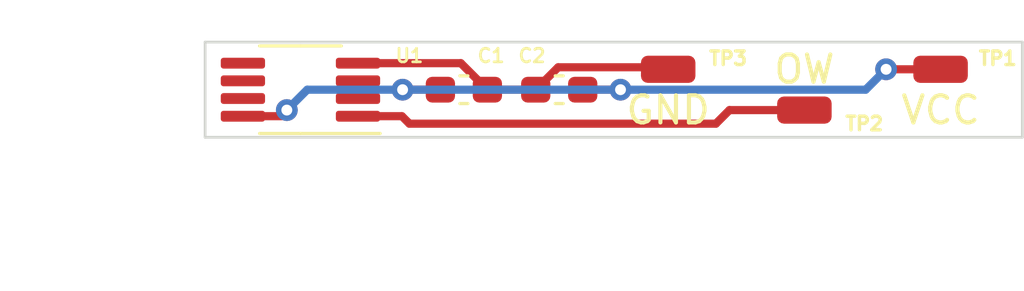
<source format=kicad_pcb>
(kicad_pcb (version 20211014) (generator pcbnew)
  (layers (0 "F.Cu" signal) (31 "B.Cu" signal) (34 "B.Paste" user) (35 "F.Paste" user) (36 "B.SilkS" user "B.Silkscreen") (37 "F.SilkS" user "F.Silkscreen") (38 "B.Mask" user) (39 "F.Mask" user) (44 "Edge.Cuts" user))
  (net 0 "")
  (net 1 "+5V")
  (net 2 "GND")
  (net 8 "/OW")
  (footprint "Capacitor_SMD:C_0603_1608Metric_Pad1.08x0.95mm_HandSolder" (layer "F.Cu") (at 108 91.75 180)
    (fp_text reference "C2" (at 1 1.25) (layer "F.SilkS") (effects (font (size 0.5 0.5) (thickness 0.1))))
    (fp_text value "100n")
    (fp_line (start -0.146267 0.51) (end 0.146267 0.51) (layer "F.SilkS") (width 0.12))
    (fp_line (start -0.146267 -0.51) (end 0.146267 -0.51) (layer "F.SilkS") (width 0.12))
    (pad "1" smd roundrect (at -0.8625 0 180) (size 1.075 0.95) (layers "F.Cu" "F.Paste" "F.Mask") (net 1 "+5V"))
    (pad "2" smd roundrect (at 0.8625 0 180) (size 1.075 0.95) (layers "F.Cu" "F.Paste" "F.Mask") (net 2 "GND"))
  )
  (footprint "Connector_Wire:SolderWirePad_1x01_SMD_1x2mm" (layer "F.Cu") (at 117 92.5 90)
    (fp_text reference "TP2" (at -0.5 2.2 180) (layer "F.SilkS") (effects (font (size 0.5 0.5) (thickness 0.125))))
    (fp_text value "OW")
    (fp_text user "${VALUE}" (at 1.5 0 180) (layer "F.SilkS"))
    (pad "1" smd roundrect (at 0 0 90) (size 1 2) (layers "F.Cu" "F.Paste" "F.Mask") (net 8 "/OW"))
  )
  (footprint "Capacitor_SMD:C_0603_1608Metric_Pad1.08x0.95mm_HandSolder" (layer "F.Cu") (at 104.5 91.75)
    (fp_text reference "C1" (at 1 -1.25) (layer "F.SilkS") (effects (font (size 0.5 0.5) (thickness 0.1))))
    (fp_text value "100n")
    (fp_line (start -0.146267 -0.51) (end 0.146267 -0.51) (layer "F.SilkS") (width 0.12))
    (fp_line (start -0.146267 0.51) (end 0.146267 0.51) (layer "F.SilkS") (width 0.12))
    (pad "1" smd roundrect (at -0.8625 0) (size 1.075 0.95) (layers "F.Cu" "F.Paste" "F.Mask") (net 1 "+5V"))
    (pad "2" smd roundrect (at 0.8625 0) (size 1.075 0.95) (layers "F.Cu" "F.Paste" "F.Mask") (net 2 "GND"))
  )
  (footprint "Connector_Wire:SolderWirePad_1x01_SMD_1x2mm" (layer "F.Cu") (at 122 91 90)
    (fp_text reference "TP1" (at 0.4 2.1 180) (layer "F.SilkS") (effects (font (size 0.5 0.5) (thickness 0.125))))
    (fp_text value "VCC")
    (fp_text user "${VALUE}" (at -1.5 0 180) (layer "F.SilkS"))
    (pad "1" smd roundrect (at 0 0 90) (size 1 2) (layers "F.Cu" "F.Paste" "F.Mask") (net 1 "+5V"))
  )
  (footprint "Package_SO:MSOP-8_3x3mm_P0.65mm" (layer "F.Cu") (at 98.5 91.75 180)
    (fp_text reference "U1" (at -4 1.25) (layer "F.SilkS") (effects (font (size 0.5 0.5) (thickness 0.1))))
    (fp_text value "DS18B20U")
    (fp_line (start 0 -1.61) (end -2.925 -1.61) (layer "F.SilkS") (width 0.12))
    (fp_line (start 0 1.61) (end -1.5 1.61) (layer "F.SilkS") (width 0.12))
    (fp_line (start 0 -1.61) (end 1.5 -1.61) (layer "F.SilkS") (width 0.12))
    (fp_line (start 0 1.61) (end 1.5 1.61) (layer "F.SilkS") (width 0.12))
    (pad "1" smd roundrect (at -2.1125 -0.975 180) (size 1.625 0.4) (layers "F.Cu" "F.Paste" "F.Mask") (net 8 "/OW"))
    (pad "2" smd roundrect (at -2.1125 -0.325 180) (size 1.625 0.4) (layers "F.Cu" "F.Paste" "F.Mask"))
    (pad "3" smd roundrect (at -2.1125 0.325 180) (size 1.625 0.4) (layers "F.Cu" "F.Paste" "F.Mask"))
    (pad "4" smd roundrect (at -2.1125 0.975 180) (size 1.625 0.4) (layers "F.Cu" "F.Paste" "F.Mask") (net 2 "GND"))
    (pad "5" smd roundrect (at 2.1125 0.975 180) (size 1.625 0.4) (layers "F.Cu" "F.Paste" "F.Mask"))
    (pad "6" smd roundrect (at 2.1125 0.325 180) (size 1.625 0.4) (layers "F.Cu" "F.Paste" "F.Mask"))
    (pad "7" smd roundrect (at 2.1125 -0.325 180) (size 1.625 0.4) (layers "F.Cu" "F.Paste" "F.Mask"))
    (pad "8" smd roundrect (at 2.1125 -0.975 180) (size 1.625 0.4) (layers "F.Cu" "F.Paste" "F.Mask") (net 1 "+5V"))
  )
  (footprint "Connector_Wire:SolderWirePad_1x01_SMD_1x2mm" (layer "F.Cu") (at 112 91 90)
    (fp_text reference "TP3" (at 0.4 2.2 180) (layer "F.SilkS") (effects (font (size 0.5 0.5) (thickness 0.125))))
    (fp_text value "GND")
    (fp_text user "${VALUE}" (at -1.5 0 180) (layer "F.SilkS"))
    (pad "1" smd roundrect (at 0 0 90) (size 1 2) (layers "F.Cu" "F.Paste" "F.Mask") (net 2 "GND"))
  )
  (gr_line (start 125 90) (end 95 90) (layer "Edge.Cuts") (width 0.1))
  (gr_line (start 125 93.5) (end 125 90) (layer "Edge.Cuts") (width 0.1))
  (gr_line (start 95 90) (end 95 93.5) (layer "Edge.Cuts") (width 0.1))
  (gr_line (start 95 93.5) (end 125 93.5) (layer "Edge.Cuts") (width 0.1))
  (segment (start 97.775 92.725) (end 96.3875 92.725) (width 0.3) (layer "F.Cu") (net 1))
  (segment (start 120 91) (end 122 91) (width 0.3) (layer "F.Cu") (net 1))
  (segment (start 103.6375 91.75) (end 102.25 91.75) (width 0.3) (layer "F.Cu") (net 1))
  (segment (start 98 92.5) (end 97.775 92.725) (width 0.3) (layer "F.Cu") (net 1))
  (segment (start 108.8625 91.75) (end 110.25 91.75) (width 0.3) (layer "F.Cu") (net 1))
  (via (at 110.25 91.75) (size 0.8) (drill 0.4) (layers "F.Cu" "B.Cu") (net 1))
  (via (at 98 92.5) (size 0.8) (drill 0.4) (layers "F.Cu" "B.Cu") (net 1))
  (via (at 120 91) (size 0.8) (drill 0.4) (layers "F.Cu" "B.Cu") (net 1))
  (via (at 102.25 91.75) (size 0.8) (drill 0.4) (layers "F.Cu" "B.Cu") (net 1))
  (segment (start 119.25 91.75) (end 120 91) (width 0.3) (layer "B.Cu") (net 1))
  (segment (start 102.25 91.75) (end 98.75 91.75) (width 0.3) (layer "B.Cu") (net 1))
  (segment (start 98.75 91.75) (end 98 92.5) (width 0.3) (layer "B.Cu") (net 1))
  (segment (start 110.25 91.75) (end 102.25 91.75) (width 0.3) (layer "B.Cu") (net 1))
  (segment (start 110.25 91.75) (end 119.25 91.75) (width 0.3) (layer "B.Cu") (net 1))
  (segment (start 104.3875 90.775) (end 105.3625 91.75) (width 0.3) (layer "F.Cu") (net 2))
  (segment (start 107.1375 91.75) (end 107.96202 90.92548) (width 0.3) (layer "F.Cu") (net 2))
  (segment (start 100.6125 90.775) (end 104.3875 90.775) (width 0.3) (layer "F.Cu") (net 2))
  (segment (start 107.96202 90.92548) (end 111.92548 90.92548) (width 0.3) (layer "F.Cu") (net 2))
  (segment (start 111.92548 90.92548) (end 112 91) (width 0.3) (layer "F.Cu") (net 2))
  (segment (start 105.3625 91.75) (end 107.1375 91.75) (width 0.3) (layer "F.Cu") (net 2))
  (segment (start 117 92.5) (end 114.25 92.5) (width 0.3) (layer "F.Cu") (net 8))
  (segment (start 113.75 93) (end 102.5 93) (width 0.3) (layer "F.Cu") (net 8))
  (segment (start 114.25 92.5) (end 113.75 93) (width 0.3) (layer "F.Cu") (net 8))
  (segment (start 102.5 93) (end 102.225 92.725) (width 0.3) (layer "F.Cu") (net 8))
  (segment (start 102.225 92.725) (end 100.6125 92.725) (width 0.3) (layer "F.Cu") (net 8))
)
</source>
